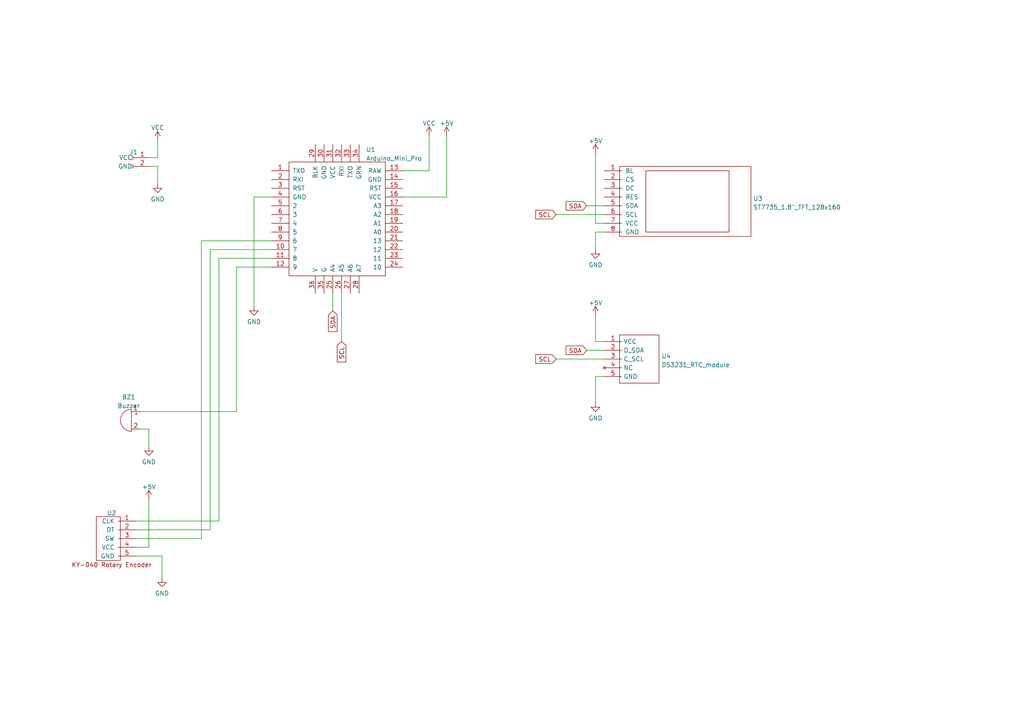
<source format=kicad_sch>
(kicad_sch (version 20211123) (generator eeschema)
  (paper "A4")
  (lib_symbols
    (symbol "Device:Buzzer" (pin_names (offset 0.0254) hide)
      (property "Reference" "BZ" (at 3.81 1.27 0))
      (property "Value" "Buzzer" (at 3.81 -1.27 0))
      (symbol "Buzzer_0_1"
        (arc (start 0 -3.175) (mid 3.175 0) (end 0 3.175))
        (polyline (pts (xy -1.651 1.905) (xy -1.143 1.905)))
        (polyline (pts (xy -1.397 2.159) (xy -1.397 1.651)))
        (polyline (pts (xy 0 3.175) (xy 0 -3.175)))
      )
      (symbol "Buzzer_1_1"
        (pin passive line (at -2.54 2.54 0) (length 2.54) (name "-") (number "1"))
        (pin passive line (at -2.54 -2.54 0) (length 2.54) (name "+") (number "2"))
      )
    )
    (symbol "My_Arduino:Arduino_Mini_Pro" (pin_names (offset 1.016))
      (property "Reference" "U" (at 6.35 3.81 0))
      (property "Value" "Arduino_Mini_Pro" (at 1.27 7.62 0))
      (symbol "Arduino_Mini_Pro_0_1"
        (rectangle (start 5.08 2.54) (end 33.02 -30.48))
      )
      (symbol "Arduino_Mini_Pro_1_1"
        (pin output line (at 0 0 0) (length 5.08) (name "TXO") (number "1"))
        (pin bidirectional line (at 0 -22.86 0) (length 5.08) (name "7") (number "10"))
        (pin bidirectional line (at 0 -25.4 0) (length 5.08) (name "8") (number "11"))
        (pin bidirectional line (at 0 -27.94 0) (length 5.08) (name "9") (number "12"))
        (pin power_in line (at 38.1 0 180) (length 5.08) (name "RAW") (number "13"))
        (pin power_in line (at 38.1 -2.54 180) (length 5.08) (name "GND") (number "14"))
        (pin input line (at 38.1 -5.08 180) (length 5.08) (name "RST") (number "15"))
        (pin power_out line (at 38.1 -7.62 180) (length 5.08) (name "VCC") (number "16"))
        (pin bidirectional line (at 38.1 -10.16 180) (length 5.08) (name "A3") (number "17"))
        (pin bidirectional line (at 38.1 -12.7 180) (length 5.08) (name "A2") (number "18"))
        (pin bidirectional line (at 38.1 -15.24 180) (length 5.08) (name "A1") (number "19"))
        (pin input line (at 0 -2.54 0) (length 5.08) (name "RXI") (number "2"))
        (pin bidirectional line (at 38.1 -17.78 180) (length 5.08) (name "A0") (number "20"))
        (pin bidirectional line (at 38.1 -20.32 180) (length 5.08) (name "13") (number "21"))
        (pin bidirectional line (at 38.1 -22.86 180) (length 5.08) (name "12") (number "22"))
        (pin bidirectional line (at 38.1 -25.4 180) (length 5.08) (name "11") (number "23"))
        (pin bidirectional line (at 38.1 -27.94 180) (length 5.08) (name "10") (number "24"))
        (pin bidirectional line (at 17.78 -35.56 90) (length 5.08) (name "A4") (number "25"))
        (pin bidirectional line (at 20.32 -35.56 90) (length 5.08) (name "A5") (number "26"))
        (pin bidirectional line (at 22.86 -35.56 90) (length 5.08) (name "A6") (number "27"))
        (pin bidirectional line (at 25.4 -35.56 90) (length 5.08) (name "A7") (number "28"))
        (pin input line (at 12.7 7.62 270) (length 5.08) (name "BLK") (number "29"))
        (pin input line (at 0 -5.08 0) (length 5.08) (name "RST") (number "3"))
        (pin passive line (at 15.24 7.62 270) (length 5.08) (name "GND") (number "30"))
        (pin power_in line (at 17.78 7.62 270) (length 5.08) (name "VCC") (number "31"))
        (pin input line (at 20.32 7.62 270) (length 5.08) (name "RXI") (number "32"))
        (pin output line (at 22.86 7.62 270) (length 5.08) (name "TXO") (number "33"))
        (pin input line (at 25.4 7.62 270) (length 5.08) (name "GRN") (number "34"))
        (pin passive line (at 15.24 -35.56 90) (length 5.08) (name "G") (number "35"))
        (pin power_out line (at 12.7 -35.56 90) (length 5.08) (name "V") (number "36"))
        (pin passive line (at 0 -7.62 0) (length 5.08) (name "GND") (number "4"))
        (pin bidirectional line (at 0 -10.16 0) (length 5.08) (name "2") (number "5"))
        (pin bidirectional line (at 0 -12.7 0) (length 5.08) (name "3") (number "6"))
        (pin bidirectional line (at 0 -15.24 0) (length 5.08) (name "4") (number "7"))
        (pin bidirectional line (at 0 -17.78 0) (length 5.08) (name "5") (number "8"))
        (pin bidirectional line (at 0 -20.32 0) (length 5.08) (name "6") (number "9"))
      )
    )
    (symbol "My_Headers:2-pin_power_input_header" (pin_names (offset 1.016))
      (property "Reference" "J" (at 0 2.54 0))
      (symbol "2-pin_power_input_header_1_1"
        (arc (start 0 -2.032) (mid -0.508 -2.54) (end 0 -3.048) (stroke (width 0.1524)))
        (polyline (pts (xy -1.27 -2.54) (xy -0.508 -2.54)) (stroke (width 0.1524)))
        (polyline (pts (xy -1.27 0) (xy -0.508 0)) (stroke (width 0.1524)))
        (arc (start 0 0.508) (mid -0.508 0) (end 0 -0.508) (stroke (width 0.1524)))
        (pin power_out line (at -5.08 0 0) (length 3.81) (name "VCC") (number "1"))
        (pin power_out line (at -5.08 -2.54 0) (length 3.81) (name "GND") (number "2"))
      )
    )
    (symbol "My_Parts:DS3231_RTC_module"
      (property "Reference" "U" (at 5.715 3.175 0))
      (property "Value" "DS3231_RTC_module" (at 8.89 -13.335 0))
      (symbol "DS3231_RTC_module_0_1"
        (polyline (pts (xy 4.445 1.905) (xy 4.445 -12.065) (xy 15.875 -12.065) (xy 15.875 1.905) (xy 4.445 1.905)) (stroke (width 0.1524)))
      )
      (symbol "DS3231_RTC_module_1_1"
        (pin power_in line (at 0 0 0) (length 5.08) (name "VCC") (number "1"))
        (pin bidirectional line (at 0 -2.54 0) (length 5.08) (name "D_SDA") (number "2"))
        (pin bidirectional line (at 0 -5.08 0) (length 5.08) (name "C_SCL") (number "3"))
        (pin no_connect line (at 0 -7.62 0) (length 5.08) (name "NC") (number "4"))
        (pin power_in line (at 0 -10.16 0) (length 5.08) (name "GND") (number "5"))
      )
    )
    (symbol "My_Parts:KY-040_Rotary_Encoder" (pin_names (offset 1.016))
      (property "Reference" "U" (at 0.635 2.54 0))
      (symbol "KY-040_Rotary_Encoder_0_0"
        (text "KY-040 Rotary Encoder" (at 1.905 -12.7 0) (effects (font (size 1.27 1.27))))
      )
      (symbol "KY-040_Rotary_Encoder_0_1"
        (rectangle (start -0.635 -11.43) (end 6.35 1.27))
      )
      (symbol "KY-040_Rotary_Encoder_1_1"
        (pin output line (at -5.08 0 0) (length 5.08) (name "CLK") (number "1"))
        (pin output line (at -5.08 -2.54 0) (length 5.08) (name "DT") (number "2"))
        (pin output line (at -5.08 -5.08 0) (length 5.08) (name "SW") (number "3"))
        (pin power_in line (at -5.08 -7.62 0) (length 5.08) (name "VCC") (number "4"))
        (pin power_in line (at -5.08 -10.16 0) (length 5.08) (name "GND") (number "5"))
      )
    )
    (symbol "My_Parts:ST7735_1.8{dblquote}_TFT_128x160" (pin_names (offset 1.016))
      (property "Reference" "U" (at 6.35 3.175 0))
      (property "Value" "ST7735_1.8{dblquote}_TFT_128x160" (at 24.13 -20.955 0))
      (symbol "ST7735_1.8{dblquote}_TFT_128x160_0_1"
        (rectangle (start 4.445 1.27) (end 42.545 -19.05))
        (rectangle (start 12.065 0) (end 36.195 -17.78))
      )
      (symbol "ST7735_1.8{dblquote}_TFT_128x160_1_1"
        (pin input line (at 0 0 0) (length 5.08) (name "BL") (number "1"))
        (pin input line (at 0 -2.54 0) (length 5.08) (name "CS") (number "2"))
        (pin input line (at 0 -5.08 0) (length 5.08) (name "DC") (number "3"))
        (pin input line (at 0 -7.62 0) (length 5.08) (name "RES") (number "4"))
        (pin input line (at 0 -10.16 0) (length 5.08) (name "SDA") (number "5"))
        (pin input line (at 0 -12.7 0) (length 5.08) (name "SCL") (number "6"))
        (pin power_in line (at 0 -15.24 0) (length 5.08) (name "VCC") (number "7"))
        (pin power_in line (at 0 -17.78 0) (length 5.08) (name "GND") (number "8"))
      )
    )
    (symbol "power:+5V" (power) (pin_names (offset 0))
      (property "Value" "+5V" (at 0 3.556 0))
      (symbol "+5V_0_1"
        (polyline (pts (xy -0.762 1.27) (xy 0 2.54)))
        (polyline (pts (xy 0 0) (xy 0 2.54)))
        (polyline (pts (xy 0 2.54) (xy 0.762 1.27)))
      )
      (symbol "+5V_1_1"
        (pin power_in line (at 0 0 90) (length 0) hide (name "+5V") (number "1"))
      )
    )
    (symbol "power:GND" (power) (pin_names (offset 0))
      (property "Value" "GND" (at 0 -3.81 0))
      (symbol "GND_0_1"
        (polyline (pts (xy 0 0) (xy 0 -1.27) (xy 1.27 -1.27) (xy 0 -2.54) (xy -1.27 -1.27) (xy 0 -1.27)))
      )
      (symbol "GND_1_1"
        (pin power_in line (at 0 0 270) (length 0) hide (name "GND") (number "1"))
      )
    )
    (symbol "power:VCC" (power) (pin_names (offset 0))
      (property "Value" "VCC" (at 0 3.81 0))
      (symbol "VCC_0_1"
        (polyline (pts (xy -0.762 1.27) (xy 0 2.54)))
        (polyline (pts (xy 0 0) (xy 0 2.54)))
        (polyline (pts (xy 0 2.54) (xy 0.762 1.27)))
      )
      (symbol "VCC_1_1"
        (pin power_in line (at 0 0 90) (length 0) hide (name "VCC") (number "1"))
      )
    )
  )
  (wire (pts (xy 45.72 48.26) (xy 45.72 53.34)))
  (wire (pts (xy 43.18 45.72) (xy 45.72 45.72)))
  (wire (pts (xy 63.5 151.13) (xy 39.37 151.13)))
  (wire (pts (xy 124.46 39.37) (xy 124.46 49.53)))
  (wire (pts (xy 40.64 119.38) (xy 68.58 119.38)))
  (wire (pts (xy 161.29 104.14) (xy 175.26 104.14)))
  (wire (pts (xy 172.72 99.06) (xy 172.72 91.44)))
  (wire (pts (xy 63.5 74.93) (xy 63.5 151.13)))
  (wire (pts (xy 60.96 72.39) (xy 78.74 72.39)))
  (wire (pts (xy 43.18 158.75) (xy 43.18 144.78)))
  (wire (pts (xy 43.18 124.46) (xy 43.18 129.54)))
  (wire (pts (xy 170.18 59.69) (xy 175.26 59.69)))
  (wire (pts (xy 129.54 57.15) (xy 129.54 39.37)))
  (wire (pts (xy 175.26 99.06) (xy 172.72 99.06)))
  (wire (pts (xy 39.37 158.75) (xy 43.18 158.75)))
  (wire (pts (xy 46.99 161.29) (xy 46.99 167.64)))
  (wire (pts (xy 45.72 45.72) (xy 45.72 40.64)))
  (wire (pts (xy 172.72 67.31) (xy 172.72 72.39)))
  (wire (pts (xy 175.26 67.31) (xy 172.72 67.31)))
  (wire (pts (xy 172.72 116.84) (xy 172.72 109.22)))
  (wire (pts (xy 96.52 85.09) (xy 96.52 90.17)))
  (wire (pts (xy 172.72 64.77) (xy 172.72 44.45)))
  (wire (pts (xy 68.58 77.47) (xy 78.74 77.47)))
  (wire (pts (xy 40.64 124.46) (xy 43.18 124.46)))
  (wire (pts (xy 60.96 153.67) (xy 60.96 72.39)))
  (wire (pts (xy 161.29 62.23) (xy 175.26 62.23)))
  (wire (pts (xy 39.37 161.29) (xy 46.99 161.29)))
  (wire (pts (xy 175.26 64.77) (xy 172.72 64.77)))
  (wire (pts (xy 68.58 119.38) (xy 68.58 77.47)))
  (wire (pts (xy 116.84 57.15) (xy 129.54 57.15)))
  (wire (pts (xy 78.74 74.93) (xy 63.5 74.93)))
  (wire (pts (xy 116.84 49.53) (xy 124.46 49.53)))
  (wire (pts (xy 58.42 156.21) (xy 39.37 156.21)))
  (wire (pts (xy 39.37 153.67) (xy 60.96 153.67)))
  (wire (pts (xy 172.72 109.22) (xy 175.26 109.22)))
  (wire (pts (xy 58.42 69.85) (xy 58.42 156.21)))
  (wire (pts (xy 170.18 101.6) (xy 175.26 101.6)))
  (wire (pts (xy 73.66 57.15) (xy 73.66 88.9)))
  (wire (pts (xy 78.74 69.85) (xy 58.42 69.85)))
  (wire (pts (xy 99.06 85.09) (xy 99.06 99.06)))
  (wire (pts (xy 78.74 57.15) (xy 73.66 57.15)))
  (wire (pts (xy 43.18 48.26) (xy 45.72 48.26)))
  (global_label "SDA" (shape input) (at 96.52 90.17 270) (property "Intersheet References" "${INTERSHEET_REFS}" (effects hide)))
  (global_label "SCL" (shape input) (at 99.06 99.06 270) (property "Intersheet References" "${INTERSHEET_REFS}" (effects hide)))
  (global_label "SCL" (shape input) (at 161.29 104.14 180) (property "Intersheet References" "${INTERSHEET_REFS}" (effects hide)))
  (global_label "SDA" (shape input) (at 170.18 101.6 180) (property "Intersheet References" "${INTERSHEET_REFS}" (effects hide)))
  (global_label "SCL" (shape input) (at 161.29 62.23 180) (property "Intersheet References" "${INTERSHEET_REFS}" (effects hide)))
  (global_label "SDA" (shape input) (at 170.18 59.69 180) (property "Intersheet References" "${INTERSHEET_REFS}" (effects hide)))
  (symbol (lib_id "My_Arduino:Arduino_Mini_Pro") (at 78.74 49.53 0) (unit 1)
    (property "Reference" "U1" (at 106.1594 43.4172 0) (effects (justify left)))
    (property "Value" "Arduino_Mini_Pro" (at 106.1594 45.9541 0) (effects (justify left)))
    (property "Footprint" "My_Arduino:Arduino_Pro_Mini_vC_larger_pads" (effects hide))
  )
  (symbol (lib_id "My_Parts:ST7735_1.8{dblquote}_TFT_128x160") (at 175.26 49.53 0) (unit 1)
    (property "Reference" "U3" (at 218.44 57.5853 0) (effects (justify left)))
    (property "Value" "ST7735_1.8\"_TFT_128x160" (at 218.44 60.1222 0) (effects (justify left)))
    (property "Footprint" "My_Parts:ST7735_1.8_TFT_display_128x160_large" (effects hide))
  )
  (symbol (lib_id "power:+5V") (at 43.18 144.78 0) (unit 1)
    (property "Reference" "#PWR0112" (effects hide))
    (property "Value" "+5V" (at 43.18 141.2042 0))
  )
  (symbol (lib_id "power:VCC") (at 124.46 39.37 0) (unit 1)
    (property "Reference" "#PWR0105" (effects hide))
    (property "Value" "VCC" (at 124.46 35.7942 0))
  )
  (symbol (lib_id "My_Parts:KY-040_Rotary_Encoder") (at 34.29 151.13 0) (mirror y) (unit 1)
    (property "Reference" "U2" (at 32.3849 148.8242 0))
    (property "Value" "KY-040_Rotary_Encoder" (effects hide))
    (property "Footprint" "My_Parts:KY-040_rotary_encoder module_w_header_large" (effects hide))
  )
  (symbol (lib_id "power:VCC") (at 45.72 40.64 0) (unit 1)
    (property "Reference" "#PWR0107" (effects hide))
    (property "Value" "VCC" (at 45.72 37.0642 0))
  )
  (symbol (lib_id "power:+5V") (at 129.54 39.37 0) (unit 1)
    (property "Reference" "#PWR0106" (effects hide))
    (property "Value" "+5V" (at 129.54 35.7942 0))
  )
  (symbol (lib_id "Device:Buzzer") (at 38.1 121.92 0) (mirror y) (unit 1)
    (property "Reference" "BZ1" (at 37.338 115.1722 0))
    (property "Value" "Buzzer" (at 37.338 117.7091 0))
    (property "Footprint" "My_Misc:Buzzer_TDK_PS1240P02BT_D12.2mm_H6.5mm_large" (effects hide))
  )
  (symbol (lib_id "power:GND") (at 45.72 53.34 0) (unit 1)
    (property "Reference" "#PWR0108" (effects hide))
    (property "Value" "GND" (at 45.72 57.7834 0))
  )
  (symbol (lib_id "power:GND") (at 172.72 72.39 0) (unit 1)
    (property "Reference" "#PWR0103" (effects hide))
    (property "Value" "GND" (at 172.72 76.8334 0))
  )
  (symbol (lib_id "power:GND") (at 73.66 88.9 0) (unit 1)
    (property "Reference" "#PWR0109" (effects hide))
    (property "Value" "GND" (at 73.66 93.3434 0))
  )
  (symbol (lib_id "power:GND") (at 172.72 116.84 0) (unit 1)
    (property "Reference" "#PWR0102" (effects hide))
    (property "Value" "GND" (at 172.72 121.2834 0))
  )
  (symbol (lib_id "My_Headers:2-pin_power_input_header") (at 38.1 45.72 0) (mirror y) (unit 1)
    (property "Reference" "J1" (at 38.735 44.1 0))
    (property "Value" "2-pin_power_input_header" (effects hide))
    (property "Footprint" "My_Headers:2-pin_power_input_header_larger_pads" (effects hide))
  )
  (symbol (lib_id "power:+5V") (at 172.72 44.45 0) (unit 1)
    (property "Reference" "#PWR0101" (effects hide))
    (property "Value" "+5V" (at 172.72 40.8742 0))
  )
  (symbol (lib_id "power:GND") (at 43.18 129.54 0) (unit 1)
    (property "Reference" "#PWR0110" (effects hide))
    (property "Value" "GND" (at 43.18 133.9834 0))
  )
  (symbol (lib_id "power:+5V") (at 172.72 91.44 0) (unit 1)
    (property "Reference" "#PWR0104" (effects hide))
    (property "Value" "+5V" (at 172.72 87.8642 0))
  )
  (symbol (lib_id "My_Parts:DS3231_RTC_module") (at 175.26 99.06 0) (unit 1)
    (property "Reference" "U4" (at 191.8462 103.3053 0) (effects (justify left)))
    (property "Value" "DS3231_RTC_module" (at 191.8462 105.8422 0) (effects (justify left)))
    (property "Footprint" "My_Parts:DS3231_RTC_module_large" (effects hide))
  )
  (symbol (lib_id "power:GND") (at 46.99 167.64 0) (unit 1)
    (property "Reference" "#PWR0111" (effects hide))
    (property "Value" "GND" (at 46.99 172.0834 0))
  )
)
</source>
